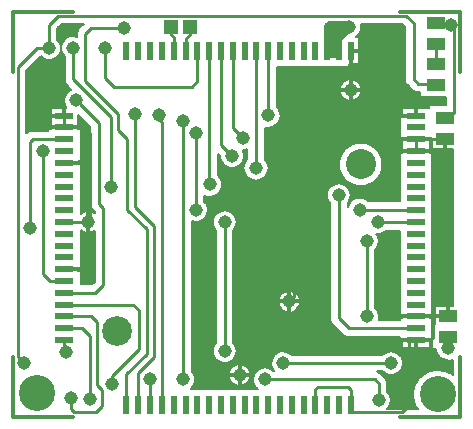
<source format=gbr>
%FSLAX23Y23*%
%MOIN*%
G04 EasyPC Gerber Version 13.0.2 Build 2807 *
%ADD81R,0.02362X0.06299*%
%ADD80R,0.06299X0.02362*%
%ADD79R,0.06000X0.04000*%
%ADD77R,0.05000X0.04500*%
%ADD75C,0.00500*%
%ADD83C,0.01100*%
%ADD74C,0.01200*%
%ADD82C,0.04500*%
%ADD78C,0.09900*%
%ADD20C,0.10000*%
%ADD76C,0.12000*%
X0Y0D02*
D02*
D20*
X18414Y18182D03*
D02*
D74*
X17255Y17540D02*
Y17340D01*
X17455*
X17401Y18305D02*
X17377D01*
X17401Y18344D02*
X17377D01*
X17426Y18350D02*
Y18374D01*
X17452Y17833D02*
X17476D01*
X17452Y18187D02*
X17476D01*
X17452Y18305D02*
X17476D01*
X17455Y18690D02*
X17255D01*
Y18490*
X17505Y17973D02*
Y17949D01*
Y18006D02*
Y18030D01*
X17994Y17480D02*
X17970D01*
X18010Y17463D02*
Y17439D01*
Y17496D02*
Y17520D01*
X18027Y17480D02*
X18051D01*
X18159Y17725D02*
X18135D01*
X18175Y17708D02*
Y17684D01*
Y17741D02*
Y17765D01*
X18192Y17725D02*
X18215D01*
X18364Y18430D02*
X18340D01*
X18380Y18413D02*
Y18389D01*
Y18446D02*
Y18470D01*
X18381Y18535D02*
Y18511D01*
X18387Y18561D02*
X18411D01*
X18397Y18430D02*
X18421D01*
X18545Y17340D02*
X18745D01*
Y17540*
X18572Y17596D02*
X18548D01*
X18572Y17675D02*
X18548D01*
X18572Y18226D02*
X18548D01*
X18572Y18266D02*
X18548D01*
X18572Y18344D02*
X18548D01*
X18598Y17591D02*
Y17567D01*
Y18350D02*
Y18374D01*
X18623Y17596D02*
X18647D01*
X18623Y17675D02*
X18647D01*
X18623Y18226D02*
X18647D01*
X18623Y18266D02*
X18647D01*
X18682Y17677D02*
X18658D01*
X18696Y18254D02*
Y18230D01*
X18706Y17691D02*
Y17715D01*
X18746Y18489D02*
Y18689D01*
X18546*
D02*
D75*
X17298Y18285D02*
X17299Y18286D01*
X17305Y18290*
X17312Y18293*
X17320Y18294*
X17372*
Y18300*
X17380*
Y18371*
X17433*
X17428Y18380*
X17425Y18390*
X17425Y18400*
X17428Y18410*
X17433Y18419*
X17440Y18426*
X17449Y18431*
X17435Y18445*
X17431Y18451*
X17428Y18457*
X17427Y18465*
Y18541*
X17420Y18550*
X17416Y18559*
X17415Y18570*
X17416Y18581*
X17421Y18590*
X17427Y18599*
X17436Y18605*
X17446Y18609*
X17457Y18610*
X17467Y18608*
Y18615*
X17468Y18622*
X17471Y18629*
X17475Y18635*
X17490Y18650*
X17417*
X17403Y18636*
Y18598*
X17410Y18590*
X17414Y18580*
X17415Y18570*
X17414Y18559*
X17410Y18550*
X17403Y18541*
X17395Y18535*
X17385Y18531*
X17375Y18530*
X17364Y18531*
X17355Y18535*
X17347Y18542*
X17298Y18493*
Y18285*
Y18288D02*
X17301D01*
X17298Y18291D02*
X17306D01*
X17298Y18294D02*
X17313D01*
X17298Y18297D02*
X17372D01*
X17298Y18300D02*
X17372D01*
X17298Y18303D02*
X17380D01*
X17298Y18306D02*
X17380D01*
X17298Y18309D02*
X17380D01*
X17298Y18312D02*
X17380D01*
X17298Y18315D02*
X17380D01*
X17298Y18318D02*
X17380D01*
X17298Y18321D02*
X17380D01*
X17298Y18324D02*
X17380D01*
X17298Y18327D02*
X17380D01*
X17298Y18330D02*
X17380D01*
X17298Y18333D02*
X17380D01*
X17298Y18336D02*
X17380D01*
X17298Y18339D02*
X17380D01*
X17298Y18342D02*
X17380D01*
X17298Y18345D02*
X17380D01*
X17298Y18348D02*
X17380D01*
X17298Y18351D02*
X17380D01*
X17298Y18354D02*
X17380D01*
X17298Y18357D02*
X17380D01*
X17298Y18360D02*
X17380D01*
X17298Y18363D02*
X17380D01*
X17298Y18366D02*
X17380D01*
X17298Y18369D02*
X17380D01*
X17298Y18372D02*
X17432D01*
X17298Y18375D02*
X17430D01*
X17298Y18378D02*
X17429D01*
X17298Y18381D02*
X17428D01*
X17298Y18384D02*
X17427D01*
X17298Y18387D02*
X17426D01*
X17298Y18390D02*
X17425D01*
X17298Y18393D02*
X17425D01*
X17298Y18396D02*
X17425D01*
X17298Y18399D02*
X17425D01*
X17298Y18402D02*
X17426D01*
X17298Y18405D02*
X17426D01*
X17298Y18408D02*
X17427D01*
X17298Y18411D02*
X17428D01*
X17298Y18414D02*
X17430D01*
X17298Y18417D02*
X17431D01*
X17298Y18420D02*
X17434D01*
X17298Y18423D02*
X17436D01*
X17298Y18426D02*
X17440D01*
X17298Y18429D02*
X17444D01*
X17298Y18432D02*
X17449D01*
X17298Y18435D02*
X17446D01*
X17298Y18438D02*
X17443D01*
X17298Y18441D02*
X17440D01*
X17298Y18444D02*
X17437D01*
X17298Y18447D02*
X17434D01*
X17298Y18450D02*
X17431D01*
X17298Y18453D02*
X17430D01*
X17298Y18456D02*
X17429D01*
X17298Y18459D02*
X17428D01*
X17298Y18462D02*
X17427D01*
X17298Y18465D02*
X17427D01*
X17298Y18468D02*
X17427D01*
X17298Y18471D02*
X17427D01*
X17298Y18474D02*
X17427D01*
X17298Y18477D02*
X17427D01*
X17298Y18480D02*
X17427D01*
X17298Y18483D02*
X17427D01*
X17298Y18486D02*
X17427D01*
X17298Y18489D02*
X17427D01*
X17298Y18492D02*
X17427D01*
X17299Y18495D02*
X17427D01*
X17302Y18498D02*
X17427D01*
X17305Y18501D02*
X17427D01*
X17308Y18504D02*
X17427D01*
X17311Y18507D02*
X17427D01*
X17314Y18510D02*
X17427D01*
X17317Y18513D02*
X17427D01*
X17320Y18516D02*
X17427D01*
X17323Y18519D02*
X17427D01*
X17326Y18522D02*
X17427D01*
X17329Y18525D02*
X17427D01*
X17332Y18528D02*
X17427D01*
X17335Y18531D02*
X17367D01*
X17383D02*
X17427D01*
X17338Y18534D02*
X17358D01*
X17392D02*
X17427D01*
X17341Y18537D02*
X17353D01*
X17397D02*
X17427D01*
X17344Y18540D02*
X17349D01*
X17401D02*
X17427D01*
X17404Y18543D02*
X17426D01*
X17407Y18546D02*
X17423D01*
X17409Y18549D02*
X17421D01*
X17411Y18552D02*
X17419D01*
X17412Y18555D02*
X17418D01*
X17413Y18558D02*
X17417D01*
X17414Y18561D02*
X17416D01*
X17415Y18564D02*
X17415D01*
X17415Y18567D02*
X17415D01*
X17415Y18573D02*
X17415D01*
X17415Y18576D02*
X17415D01*
X17414Y18579D02*
X17416D01*
X17413Y18582D02*
X17417D01*
X17412Y18585D02*
X17418D01*
X17411Y18588D02*
X17419D01*
X17409Y18591D02*
X17421D01*
X17407Y18594D02*
X17423D01*
X17405Y18597D02*
X17425D01*
X17403Y18600D02*
X17428D01*
X17403Y18603D02*
X17432D01*
X17403Y18606D02*
X17437D01*
X17403Y18609D02*
X17445D01*
X17465D02*
X17467D01*
X17403Y18612D02*
X17467D01*
X17403Y18615D02*
X17467D01*
X17403Y18618D02*
X17467D01*
X17403Y18621D02*
X17468D01*
X17403Y18624D02*
X17468D01*
X17403Y18627D02*
X17470D01*
X17403Y18630D02*
X17471D01*
X17403Y18633D02*
X17473D01*
X17403Y18636D02*
X17476D01*
X17406Y18639D02*
X17479D01*
X17409Y18642D02*
X17482D01*
X17412Y18645D02*
X17485D01*
X17415Y18648D02*
X17488D01*
X17472Y17827D02*
X17480D01*
Y17782*
X17517*
X17527Y17791*
Y17960*
X17518Y17955*
X17508Y17953*
X17498Y17953*
X17489Y17957*
X17480Y17962*
Y17838*
X17472*
Y17827*
X17480Y17782D02*
X17518D01*
X17480Y17785D02*
X17521D01*
X17480Y17788D02*
X17524D01*
X17480Y17791D02*
X17527D01*
X17480Y17794D02*
X17527D01*
X17480Y17797D02*
X17527D01*
X17480Y17800D02*
X17527D01*
X17480Y17803D02*
X17527D01*
X17480Y17806D02*
X17527D01*
X17480Y17809D02*
X17527D01*
X17480Y17812D02*
X17527D01*
X17480Y17815D02*
X17527D01*
X17480Y17818D02*
X17527D01*
X17480Y17821D02*
X17527D01*
X17480Y17824D02*
X17527D01*
X17472Y17827D02*
X17527D01*
X17472Y17830D02*
X17527D01*
X17472Y17833D02*
X17527D01*
X17472Y17836D02*
X17527D01*
X17480Y17839D02*
X17527D01*
X17480Y17842D02*
X17527D01*
X17480Y17845D02*
X17527D01*
X17480Y17848D02*
X17527D01*
X17480Y17851D02*
X17527D01*
X17480Y17854D02*
X17527D01*
X17480Y17857D02*
X17527D01*
X17480Y17860D02*
X17527D01*
X17480Y17863D02*
X17527D01*
X17480Y17866D02*
X17527D01*
X17480Y17869D02*
X17527D01*
X17480Y17872D02*
X17527D01*
X17480Y17875D02*
X17527D01*
X17480Y17878D02*
X17527D01*
X17480Y17881D02*
X17527D01*
X17480Y17884D02*
X17527D01*
X17480Y17887D02*
X17527D01*
X17480Y17890D02*
X17527D01*
X17480Y17893D02*
X17527D01*
X17480Y17896D02*
X17527D01*
X17480Y17899D02*
X17527D01*
X17480Y17902D02*
X17527D01*
X17480Y17905D02*
X17527D01*
X17480Y17908D02*
X17527D01*
X17480Y17911D02*
X17527D01*
X17480Y17914D02*
X17527D01*
X17480Y17917D02*
X17527D01*
X17480Y17920D02*
X17527D01*
X17480Y17923D02*
X17527D01*
X17480Y17926D02*
X17527D01*
X17480Y17929D02*
X17527D01*
X17480Y17932D02*
X17527D01*
X17480Y17935D02*
X17527D01*
X17480Y17938D02*
X17527D01*
X17480Y17941D02*
X17527D01*
X17480Y17944D02*
X17527D01*
X17480Y17947D02*
X17527D01*
X17480Y17950D02*
X17527D01*
X17480Y17953D02*
X17498D01*
X17512D02*
X17527D01*
X17480Y17956D02*
X17489D01*
X17521D02*
X17527D01*
X17480Y17959D02*
X17484D01*
X17526D02*
X17527D01*
X17472Y18182D02*
X17480D01*
Y18017*
X17489Y18023*
X17498Y18026*
X17508Y18027*
X17518Y18024*
X17527Y18019*
Y18023*
X17520Y18030*
X17516Y18036*
X17513Y18042*
X17512Y18050*
Y18308*
X17472Y18348*
Y18300*
X17480*
Y18192*
X17472*
Y18182*
X17480Y18020D02*
X17483D01*
X17527D02*
X17527D01*
X17480Y18023D02*
X17488D01*
X17522D02*
X17527D01*
X17480Y18026D02*
X17497D01*
X17513D02*
X17524D01*
X17480Y18029D02*
X17521D01*
X17480Y18032D02*
X17518D01*
X17480Y18035D02*
X17516D01*
X17480Y18038D02*
X17515D01*
X17480Y18041D02*
X17513D01*
X17480Y18044D02*
X17513D01*
X17480Y18047D02*
X17512D01*
X17480Y18050D02*
X17512D01*
X17480Y18053D02*
X17512D01*
X17480Y18056D02*
X17512D01*
X17480Y18059D02*
X17512D01*
X17480Y18062D02*
X17512D01*
X17480Y18065D02*
X17512D01*
X17480Y18068D02*
X17512D01*
X17480Y18071D02*
X17512D01*
X17480Y18074D02*
X17512D01*
X17480Y18077D02*
X17512D01*
X17480Y18080D02*
X17512D01*
X17480Y18083D02*
X17512D01*
X17480Y18086D02*
X17512D01*
X17480Y18089D02*
X17512D01*
X17480Y18092D02*
X17512D01*
X17480Y18095D02*
X17512D01*
X17480Y18098D02*
X17512D01*
X17480Y18101D02*
X17512D01*
X17480Y18104D02*
X17512D01*
X17480Y18107D02*
X17512D01*
X17480Y18110D02*
X17512D01*
X17480Y18113D02*
X17512D01*
X17480Y18116D02*
X17512D01*
X17480Y18119D02*
X17512D01*
X17480Y18122D02*
X17512D01*
X17480Y18125D02*
X17512D01*
X17480Y18128D02*
X17512D01*
X17480Y18131D02*
X17512D01*
X17480Y18134D02*
X17512D01*
X17480Y18137D02*
X17512D01*
X17480Y18140D02*
X17512D01*
X17480Y18143D02*
X17512D01*
X17480Y18146D02*
X17512D01*
X17480Y18149D02*
X17512D01*
X17480Y18152D02*
X17512D01*
X17480Y18155D02*
X17512D01*
X17480Y18158D02*
X17512D01*
X17480Y18161D02*
X17512D01*
X17480Y18164D02*
X17512D01*
X17480Y18167D02*
X17512D01*
X17480Y18170D02*
X17512D01*
X17480Y18173D02*
X17512D01*
X17480Y18176D02*
X17512D01*
X17480Y18179D02*
X17512D01*
X17472Y18182D02*
X17512D01*
X17472Y18185D02*
X17512D01*
X17472Y18188D02*
X17512D01*
X17472Y18191D02*
X17512D01*
X17480Y18194D02*
X17512D01*
X17480Y18197D02*
X17512D01*
X17480Y18200D02*
X17512D01*
X17480Y18203D02*
X17512D01*
X17480Y18206D02*
X17512D01*
X17480Y18209D02*
X17512D01*
X17480Y18212D02*
X17512D01*
X17480Y18215D02*
X17512D01*
X17480Y18218D02*
X17512D01*
X17480Y18221D02*
X17512D01*
X17480Y18224D02*
X17512D01*
X17480Y18227D02*
X17512D01*
X17480Y18230D02*
X17512D01*
X17480Y18233D02*
X17512D01*
X17480Y18236D02*
X17512D01*
X17480Y18239D02*
X17512D01*
X17480Y18242D02*
X17512D01*
X17480Y18245D02*
X17512D01*
X17480Y18248D02*
X17512D01*
X17480Y18251D02*
X17512D01*
X17480Y18254D02*
X17512D01*
X17480Y18257D02*
X17512D01*
X17480Y18260D02*
X17512D01*
X17480Y18263D02*
X17512D01*
X17480Y18266D02*
X17512D01*
X17480Y18269D02*
X17512D01*
X17480Y18272D02*
X17512D01*
X17480Y18275D02*
X17512D01*
X17480Y18278D02*
X17512D01*
X17480Y18281D02*
X17512D01*
X17480Y18284D02*
X17512D01*
X17480Y18287D02*
X17512D01*
X17480Y18290D02*
X17512D01*
X17480Y18293D02*
X17512D01*
X17480Y18296D02*
X17512D01*
X17480Y18299D02*
X17512D01*
X17472Y18302D02*
X17512D01*
X17472Y18305D02*
X17512D01*
X17472Y18308D02*
X17512D01*
X17472Y18311D02*
X17509D01*
X17472Y18314D02*
X17506D01*
X17472Y18317D02*
X17503D01*
X17472Y18320D02*
X17500D01*
X17472Y18323D02*
X17497D01*
X17472Y18326D02*
X17494D01*
X17472Y18329D02*
X17491D01*
X17472Y18332D02*
X17488D01*
X17472Y18335D02*
X17485D01*
X17472Y18338D02*
X17482D01*
X17472Y18341D02*
X17479D01*
X17472Y18344D02*
X17476D01*
X17472Y18347D02*
X17473D01*
X17848Y17434D02*
X17992D01*
Y17434*
X18070*
X18063Y17440*
X18059Y17448*
X18056Y17456*
X18055Y17465*
X18056Y17475*
X18060Y17485*
X18067Y17493*
X18075Y17499*
X18085Y17503*
X18095Y17505*
X18106Y17503*
X18115Y17499*
X18124Y17493*
X18125*
X18120Y17501*
X18116Y17511*
X18115Y17521*
X18117Y17531*
X18121Y17541*
X18128Y17549*
X18136Y17555*
X18145Y17559*
X18156Y17560*
X18166Y17558*
X18175Y17554*
X18184Y17548*
X18486*
X18495Y17554*
X18504Y17558*
X18515Y17560*
X18525Y17558*
X18535Y17554*
X18543Y17548*
X18550Y17540*
X18554Y17530*
X18555Y17520*
X18554Y17509*
X18550Y17500*
X18543Y17491*
X18535Y17485*
X18525Y17481*
X18515Y17480*
X18504Y17481*
X18495Y17485*
X18486Y17492*
X18467*
X18474Y17489*
X18480Y17485*
X18495Y17470*
X18499Y17464*
X18502Y17457*
X18503Y17450*
Y17423*
X18510Y17415*
X18514Y17405*
X18515Y17394*
X18513Y17383*
X18509Y17373*
X18501Y17365*
X18604*
X18596Y17378*
X18590Y17393*
X18588Y17408*
X18588Y17424*
X18591Y17440*
X18598Y17454*
X18606Y17467*
X18618Y17478*
X18631Y17487*
X18645Y17493*
X18661Y17497*
X18676Y17497*
X18692Y17494*
X18707Y17489*
X18720Y17480*
Y17531*
X18709Y17528*
X18699Y17529*
X18688Y17532*
X18679Y17537*
X18671Y17545*
X18666Y17555*
X18664Y17565*
X18653*
Y17650*
X18661*
Y17711*
X18720*
Y18233*
X18651*
Y18271*
X18644*
Y18221*
X18652*
Y17916*
X18652*
Y17867*
X18652*
Y17680*
X18644*
Y17670*
X18652*
Y17601*
X18644*
Y17570*
X18552*
Y17601*
X18544*
Y17605*
X18375*
X18367Y17606*
X18360Y17609*
X18354Y17614*
X18319Y17649*
X18314Y17655*
X18311Y17662*
X18310Y17670*
Y18053*
X18305Y18061*
X18301Y18070*
X18300Y18080*
X18301Y18090*
X18305Y18100*
X18312Y18108*
X18320Y18114*
X18330Y18118*
X18340Y18120*
X18350Y18118*
X18360Y18114*
X18368Y18108*
X18375Y18100*
X18379Y18090*
X18380Y18080*
X18379Y18070*
X18375Y18061*
X18370Y18053*
Y18039*
X18374Y18050*
X18380Y18059*
X18389Y18065*
X18399Y18070*
X18410Y18071*
X18421Y18070*
X18431Y18066*
X18440Y18059*
X18544*
Y18221*
X18552*
Y18271*
X18544*
Y18339*
X18552*
Y18371*
X18643*
Y18379*
X18697*
Y18405*
X18613*
Y18422*
X18605*
X18598Y18423*
X18591Y18425*
X18585Y18430*
X18570Y18445*
X18566Y18451*
X18563Y18457*
X18562Y18465*
Y18641*
X18553Y18650*
X18414*
X18415Y18640*
X18414Y18630*
X18411Y18621*
X18405Y18613*
X18398Y18607*
X18407*
Y18515*
X18376*
Y18507*
X18258*
Y18507*
X18150*
Y18507*
X18135*
Y18374*
X18141Y18365*
X18145Y18355*
X18147Y18345*
X18145Y18334*
X18141Y18324*
X18135Y18316*
X18126Y18309*
X18117Y18305*
X18106Y18303*
X18096Y18304*
Y18198*
X18102Y18190*
X18105Y18180*
X18107Y18170*
X18105Y18159*
X18101Y18149*
X18094Y18140*
X18086Y18134*
X18076Y18130*
X18065Y18128*
X18054Y18130*
X18044Y18134*
X18036Y18140*
X18029Y18149*
X18025Y18159*
X18023Y18170*
X18025Y18181*
X18029Y18191*
X18036Y18200*
Y18233*
X18028Y18231*
X18020Y18230*
X18024Y18220*
X18025Y18210*
X18024Y18199*
X18020Y18190*
X18013Y18181*
X18005Y18175*
X17995Y18171*
X17985Y18170*
X17975Y18171*
X17965Y18175*
X17957Y18181*
X17950Y18190*
X17946Y18199*
X17945Y18210*
X17945Y18210*
X17938Y18217*
Y18145*
X17945Y18137*
X17950Y18128*
X17952Y18117*
X17951Y18107*
X17947Y18097*
X17942Y18088*
X17934Y18081*
X17924Y18076*
X17914Y18073*
X17903Y18074*
X17893Y18077*
Y18058*
X17900Y18050*
X17904Y18040*
X17905Y18029*
X17903Y18018*
X17899Y18008*
X17891Y18000*
X17882Y17994*
X17872Y17990*
X17861Y17990*
X17851Y17992*
Y17493*
X17857Y17484*
X17861Y17474*
X17862Y17463*
X17860Y17452*
X17855Y17442*
X17848Y17434*
X17932Y17588D02*
Y17961D01*
X17925Y17970*
X17921Y17979*
X17920Y17990*
X17921Y18000*
X17925Y18010*
X17932Y18018*
X17940Y18024*
X17950Y18028*
X17960Y18030*
X17970Y18028*
X17980Y18024*
X17988Y18018*
X17995Y18010*
X17999Y18000*
X18000Y17990*
X17999Y17979*
X17995Y17970*
X17988Y17961*
Y17588*
X17995Y17580*
X17999Y17570*
X18000Y17560*
X17999Y17549*
X17995Y17540*
X17988Y17531*
X17980Y17525*
X17970Y17521*
X17960Y17520*
X17950Y17521*
X17940Y17525*
X17932Y17531*
X17925Y17540*
X17921Y17549*
X17920Y17560*
X17921Y17570*
X17925Y17580*
X17932Y17588*
X17973Y17480D02*
X17975Y17490D01*
X17979Y17500*
X17986Y17508*
X17995Y17513*
X18005Y17516*
X18015*
X18025Y17513*
X18034Y17508*
X18041Y17500*
X18046Y17490*
X18047Y17480*
X18046Y17469*
X18041Y17460*
X18034Y17452*
X18025Y17446*
X18015Y17443*
X18005*
X17995Y17446*
X17986Y17452*
X17979Y17460*
X17975Y17469*
X17973Y17480*
X18138Y17725D02*
X18140Y17735D01*
X18144Y17745*
X18151Y17753*
X18160Y17758*
X18170Y17761*
X18180*
X18190Y17758*
X18199Y17753*
X18206Y17745*
X18211Y17735*
X18212Y17725*
X18211Y17714*
X18206Y17705*
X18199Y17697*
X18190Y17691*
X18180Y17688*
X18170*
X18160Y17691*
X18151Y17697*
X18144Y17705*
X18140Y17714*
X18138Y17725*
X18341Y18182D02*
X18343Y18196D01*
X18347Y18209*
X18354Y18222*
X18363Y18233*
X18374Y18242*
X18386Y18249*
X18400Y18253*
X18414Y18254*
X18428Y18253*
X18442Y18249*
X18454Y18242*
X18465Y18233*
X18474Y18222*
X18481Y18209*
X18485Y18196*
X18486Y18182*
X18485Y18167*
X18481Y18154*
X18474Y18141*
X18465Y18130*
X18454Y18121*
X18442Y18115*
X18428Y18110*
X18414Y18109*
X18400Y18110*
X18386Y18115*
X18374Y18121*
X18363Y18130*
X18354Y18141*
X18347Y18154*
X18343Y18167*
X18341Y18182*
X18343Y18430D02*
X18345Y18440D01*
X18349Y18450*
X18356Y18458*
X18365Y18463*
X18375Y18466*
X18385*
X18395Y18463*
X18404Y18458*
X18411Y18450*
X18416Y18440*
X18417Y18430*
X18416Y18419*
X18411Y18410*
X18404Y18402*
X18395Y18396*
X18385Y18393*
X18375*
X18365Y18396*
X18356Y18402*
X18349Y18410*
X18345Y18419*
X18343Y18430*
X18502Y17365D02*
X18604D01*
X18505Y17368D02*
X18602D01*
X18507Y17371D02*
X18600D01*
X18509Y17374D02*
X18598D01*
X18511Y17377D02*
X18597D01*
X18512Y17380D02*
X18595D01*
X18513Y17383D02*
X18594D01*
X18514Y17386D02*
X18593D01*
X18515Y17389D02*
X18592D01*
X18515Y17392D02*
X18591D01*
X18515Y17395D02*
X18590D01*
X18515Y17398D02*
X18589D01*
X18515Y17401D02*
X18589D01*
X18514Y17404D02*
X18588D01*
X18513Y17407D02*
X18588D01*
X18512Y17410D02*
X18588D01*
X18511Y17413D02*
X18588D01*
X18509Y17416D02*
X18588D01*
X18507Y17419D02*
X18588D01*
X18504Y17422D02*
X18588D01*
X18503Y17425D02*
X18588D01*
X18503Y17428D02*
X18589D01*
X18503Y17431D02*
X18589D01*
X17848Y17434D02*
X18070D01*
X18503D02*
X18590D01*
X17851Y17437D02*
X18066D01*
X18503D02*
X18591D01*
X17854Y17440D02*
X18064D01*
X18503D02*
X18591D01*
X17856Y17443D02*
X18008D01*
X18012D02*
X18062D01*
X18503D02*
X18592D01*
X17858Y17446D02*
X17995D01*
X18025D02*
X18060D01*
X18503D02*
X18594D01*
X17859Y17449D02*
X17990D01*
X18030D02*
X18058D01*
X18503D02*
X18595D01*
X17860Y17452D02*
X17986D01*
X18034D02*
X18057D01*
X18503D02*
X18596D01*
X17861Y17455D02*
X17983D01*
X18037D02*
X18056D01*
X18503D02*
X18598D01*
X17862Y17458D02*
X17980D01*
X18040D02*
X18056D01*
X18502D02*
X18600D01*
X17862Y17461D02*
X17978D01*
X18042D02*
X18055D01*
X18501D02*
X18602D01*
X17863Y17464D02*
X17977D01*
X18043D02*
X18055D01*
X18499D02*
X18604D01*
X17862Y17467D02*
X17975D01*
X18045D02*
X18055D01*
X18497D02*
X18606D01*
X17862Y17470D02*
X17974D01*
X18046D02*
X18055D01*
X18495D02*
X18609D01*
X17862Y17473D02*
X17974D01*
X18046D02*
X18056D01*
X18492D02*
X18611D01*
X17861Y17476D02*
X17973D01*
X18047D02*
X18057D01*
X18489D02*
X18615D01*
X17860Y17479D02*
X17973D01*
X18047D02*
X18058D01*
X18486D02*
X18618D01*
X17859Y17482D02*
X17973D01*
X18047D02*
X18059D01*
X18483D02*
X18502D01*
X18528D02*
X18622D01*
X18718D02*
X18720D01*
X17857Y17485D02*
X17973D01*
X18047D02*
X18060D01*
X18480D02*
X18496D01*
X18534D02*
X18626D01*
X18714D02*
X18720D01*
X17855Y17488D02*
X17974D01*
X18046D02*
X18062D01*
X18476D02*
X18491D01*
X18539D02*
X18632D01*
X18708D02*
X18720D01*
X17853Y17491D02*
X17975D01*
X18045D02*
X18065D01*
X18470D02*
X18487D01*
X18543D02*
X18638D01*
X18702D02*
X18720D01*
X17851Y17494D02*
X17976D01*
X18044D02*
X18068D01*
X18122D02*
X18125D01*
X18545D02*
X18646D01*
X18694D02*
X18720D01*
X17851Y17497D02*
X17977D01*
X18043D02*
X18071D01*
X18119D02*
X18122D01*
X18548D02*
X18661D01*
X18679D02*
X18720D01*
X17851Y17500D02*
X17979D01*
X18041D02*
X18076D01*
X18114D02*
X18120D01*
X18550D02*
X18720D01*
X17851Y17503D02*
X17981D01*
X18039D02*
X18083D01*
X18107D02*
X18119D01*
X18551D02*
X18720D01*
X17851Y17506D02*
X17984D01*
X18036D02*
X18118D01*
X18552D02*
X18720D01*
X17851Y17509D02*
X17987D01*
X18033D02*
X18117D01*
X18553D02*
X18720D01*
X17851Y17512D02*
X17992D01*
X18028D02*
X18116D01*
X18554D02*
X18720D01*
X17851Y17515D02*
X17998D01*
X18022D02*
X18115D01*
X18555D02*
X18720D01*
X17851Y17518D02*
X18115D01*
X18555D02*
X18720D01*
X17851Y17521D02*
X17951D01*
X17969D02*
X18115D01*
X18555D02*
X18720D01*
X17851Y17524D02*
X17942D01*
X17978D02*
X18115D01*
X18555D02*
X18720D01*
X17851Y17527D02*
X17937D01*
X17983D02*
X18116D01*
X18554D02*
X18720D01*
X17851Y17530D02*
X17933D01*
X17987D02*
X18116D01*
X18554D02*
X18693D01*
X18717D02*
X18720D01*
X17851Y17533D02*
X17930D01*
X17990D02*
X18117D01*
X18553D02*
X18686D01*
X17851Y17536D02*
X17928D01*
X17992D02*
X18118D01*
X18552D02*
X18681D01*
X17851Y17539D02*
X17926D01*
X17994D02*
X18120D01*
X18550D02*
X18677D01*
X17851Y17542D02*
X17924D01*
X17996D02*
X18122D01*
X18548D02*
X18674D01*
X17851Y17545D02*
X17923D01*
X17997D02*
X18124D01*
X18546D02*
X18672D01*
X17851Y17548D02*
X17922D01*
X17998D02*
X18126D01*
X18184D02*
X18486D01*
X18544D02*
X18670D01*
X17851Y17551D02*
X17921D01*
X17999D02*
X18130D01*
X18180D02*
X18490D01*
X18540D02*
X18668D01*
X17851Y17554D02*
X17920D01*
X18000D02*
X18134D01*
X18176D02*
X18494D01*
X18536D02*
X18667D01*
X17851Y17557D02*
X17920D01*
X18000D02*
X18140D01*
X18170D02*
X18500D01*
X18530D02*
X18665D01*
X17851Y17560D02*
X17920D01*
X18000D02*
X18665D01*
X17851Y17563D02*
X17920D01*
X18000D02*
X18664D01*
X17851Y17566D02*
X17920D01*
X18000D02*
X18653D01*
X17851Y17569D02*
X17921D01*
X17999D02*
X18653D01*
X17851Y17572D02*
X17922D01*
X17998D02*
X18552D01*
X18644D02*
X18653D01*
X17851Y17575D02*
X17923D01*
X17997D02*
X18552D01*
X18644D02*
X18653D01*
X17851Y17578D02*
X17924D01*
X17996D02*
X18552D01*
X18644D02*
X18653D01*
X17851Y17581D02*
X17926D01*
X17994D02*
X18552D01*
X18644D02*
X18653D01*
X17851Y17584D02*
X17928D01*
X17992D02*
X18552D01*
X18644D02*
X18653D01*
X17851Y17587D02*
X17931D01*
X17989D02*
X18552D01*
X18644D02*
X18653D01*
X17851Y17590D02*
X17932D01*
X17988D02*
X18552D01*
X18644D02*
X18653D01*
X17851Y17593D02*
X17932D01*
X17988D02*
X18552D01*
X18644D02*
X18653D01*
X17851Y17596D02*
X17932D01*
X17988D02*
X18552D01*
X18644D02*
X18653D01*
X17851Y17599D02*
X17932D01*
X17988D02*
X18552D01*
X18644D02*
X18653D01*
X17851Y17602D02*
X17932D01*
X17988D02*
X18544D01*
X18652D02*
X18653D01*
X17851Y17605D02*
X17932D01*
X17988D02*
X18544D01*
X18652D02*
X18653D01*
X17851Y17608D02*
X17932D01*
X17988D02*
X18363D01*
X18652D02*
X18653D01*
X17851Y17611D02*
X17932D01*
X17988D02*
X18358D01*
X18652D02*
X18653D01*
X17851Y17614D02*
X17932D01*
X17988D02*
X18354D01*
X18652D02*
X18653D01*
X17851Y17617D02*
X17932D01*
X17988D02*
X18351D01*
X18652D02*
X18653D01*
X17851Y17620D02*
X17932D01*
X17988D02*
X18348D01*
X18652D02*
X18653D01*
X17851Y17623D02*
X17932D01*
X17988D02*
X18345D01*
X18652D02*
X18653D01*
X17851Y17626D02*
X17932D01*
X17988D02*
X18342D01*
X18652D02*
X18653D01*
X17851Y17629D02*
X17932D01*
X17988D02*
X18339D01*
X18652D02*
X18653D01*
X17851Y17632D02*
X17932D01*
X17988D02*
X18336D01*
X18652D02*
X18653D01*
X17851Y17635D02*
X17932D01*
X17988D02*
X18333D01*
X18652D02*
X18653D01*
X17851Y17638D02*
X17932D01*
X17988D02*
X18330D01*
X18652D02*
X18653D01*
X17851Y17641D02*
X17932D01*
X17988D02*
X18327D01*
X18652D02*
X18653D01*
X17851Y17644D02*
X17932D01*
X17988D02*
X18324D01*
X18652D02*
X18653D01*
X17851Y17647D02*
X17932D01*
X17988D02*
X18321D01*
X18652D02*
X18653D01*
X17851Y17650D02*
X17932D01*
X17988D02*
X18318D01*
X18652D02*
X18653D01*
X17851Y17653D02*
X17932D01*
X17988D02*
X18316D01*
X18652D02*
X18661D01*
X17851Y17656D02*
X17932D01*
X17988D02*
X18314D01*
X18652D02*
X18661D01*
X17851Y17659D02*
X17932D01*
X17988D02*
X18313D01*
X18652D02*
X18661D01*
X17851Y17662D02*
X17932D01*
X17988D02*
X18312D01*
X18652D02*
X18661D01*
X17851Y17665D02*
X17932D01*
X17988D02*
X18311D01*
X18652D02*
X18661D01*
X17851Y17668D02*
X17932D01*
X17988D02*
X18310D01*
X18652D02*
X18661D01*
X17851Y17671D02*
X17932D01*
X17988D02*
X18310D01*
X18644D02*
X18661D01*
X17851Y17674D02*
X17932D01*
X17988D02*
X18310D01*
X18644D02*
X18661D01*
X17851Y17677D02*
X17932D01*
X17988D02*
X18310D01*
X18644D02*
X18661D01*
X17851Y17680D02*
X17932D01*
X17988D02*
X18310D01*
X18644D02*
X18661D01*
X17851Y17683D02*
X17932D01*
X17988D02*
X18310D01*
X18652D02*
X18661D01*
X17851Y17686D02*
X17932D01*
X17988D02*
X18310D01*
X18652D02*
X18661D01*
X17851Y17689D02*
X17932D01*
X17988D02*
X18166D01*
X18184D02*
X18310D01*
X18652D02*
X18661D01*
X17851Y17692D02*
X17932D01*
X17988D02*
X18158D01*
X18192D02*
X18310D01*
X18652D02*
X18661D01*
X17851Y17695D02*
X17932D01*
X17988D02*
X18153D01*
X18197D02*
X18310D01*
X18652D02*
X18661D01*
X17851Y17698D02*
X17932D01*
X17988D02*
X18150D01*
X18200D02*
X18310D01*
X18652D02*
X18661D01*
X17851Y17701D02*
X17932D01*
X17988D02*
X18147D01*
X18203D02*
X18310D01*
X18652D02*
X18661D01*
X17851Y17704D02*
X17932D01*
X17988D02*
X18145D01*
X18206D02*
X18310D01*
X18652D02*
X18661D01*
X17851Y17707D02*
X17932D01*
X17988D02*
X18143D01*
X18207D02*
X18310D01*
X18652D02*
X18661D01*
X17851Y17710D02*
X17932D01*
X17988D02*
X18141D01*
X18209D02*
X18310D01*
X18652D02*
X18661D01*
X17851Y17713D02*
X17932D01*
X17988D02*
X18140D01*
X18210D02*
X18310D01*
X18652D02*
X18720D01*
X17851Y17716D02*
X17932D01*
X17988D02*
X18139D01*
X18211D02*
X18310D01*
X18652D02*
X18720D01*
X17851Y17719D02*
X17932D01*
X17988D02*
X18138D01*
X18212D02*
X18310D01*
X18652D02*
X18720D01*
X17851Y17722D02*
X17932D01*
X17988D02*
X18138D01*
X18212D02*
X18310D01*
X18652D02*
X18720D01*
X17851Y17725D02*
X17932D01*
X17988D02*
X18138D01*
X18212D02*
X18310D01*
X18652D02*
X18720D01*
X17851Y17728D02*
X17932D01*
X17988D02*
X18138D01*
X18212D02*
X18310D01*
X18652D02*
X18720D01*
X17851Y17731D02*
X17932D01*
X17988D02*
X18139D01*
X18212D02*
X18310D01*
X18652D02*
X18720D01*
X17851Y17734D02*
X17932D01*
X17988D02*
X18139D01*
X18211D02*
X18310D01*
X18652D02*
X18720D01*
X17851Y17737D02*
X17932D01*
X17988D02*
X18140D01*
X18210D02*
X18310D01*
X18652D02*
X18720D01*
X17851Y17740D02*
X17932D01*
X17988D02*
X18141D01*
X18209D02*
X18310D01*
X18652D02*
X18720D01*
X17851Y17743D02*
X17932D01*
X17988D02*
X18143D01*
X18207D02*
X18310D01*
X18652D02*
X18720D01*
X17851Y17746D02*
X17932D01*
X17988D02*
X18145D01*
X18205D02*
X18310D01*
X18652D02*
X18720D01*
X17851Y17749D02*
X17932D01*
X17988D02*
X18147D01*
X18203D02*
X18310D01*
X18652D02*
X18720D01*
X17851Y17752D02*
X17932D01*
X17988D02*
X18150D01*
X18200D02*
X18310D01*
X18652D02*
X18720D01*
X17851Y17755D02*
X17932D01*
X17988D02*
X18153D01*
X18197D02*
X18310D01*
X18652D02*
X18720D01*
X17851Y17758D02*
X17932D01*
X17988D02*
X18158D01*
X18192D02*
X18310D01*
X18652D02*
X18720D01*
X17851Y17761D02*
X17932D01*
X17988D02*
X18167D01*
X18183D02*
X18310D01*
X18652D02*
X18720D01*
X17851Y17764D02*
X17932D01*
X17988D02*
X18310D01*
X18652D02*
X18720D01*
X17851Y17767D02*
X17932D01*
X17988D02*
X18310D01*
X18652D02*
X18720D01*
X17851Y17770D02*
X17932D01*
X17988D02*
X18310D01*
X18652D02*
X18720D01*
X17851Y17773D02*
X17932D01*
X17988D02*
X18310D01*
X18652D02*
X18720D01*
X17851Y17776D02*
X17932D01*
X17988D02*
X18310D01*
X18652D02*
X18720D01*
X17851Y17779D02*
X17932D01*
X17988D02*
X18310D01*
X18652D02*
X18720D01*
X17851Y17782D02*
X17932D01*
X17988D02*
X18310D01*
X18652D02*
X18720D01*
X17851Y17785D02*
X17932D01*
X17988D02*
X18310D01*
X18652D02*
X18720D01*
X17851Y17788D02*
X17932D01*
X17988D02*
X18310D01*
X18652D02*
X18720D01*
X17851Y17791D02*
X17932D01*
X17988D02*
X18310D01*
X18652D02*
X18720D01*
X17851Y17794D02*
X17932D01*
X17988D02*
X18310D01*
X18652D02*
X18720D01*
X17851Y17797D02*
X17932D01*
X17988D02*
X18310D01*
X18652D02*
X18720D01*
X17851Y17800D02*
X17932D01*
X17988D02*
X18310D01*
X18652D02*
X18720D01*
X17851Y17803D02*
X17932D01*
X17988D02*
X18310D01*
X18652D02*
X18720D01*
X17851Y17806D02*
X17932D01*
X17988D02*
X18310D01*
X18652D02*
X18720D01*
X17851Y17809D02*
X17932D01*
X17988D02*
X18310D01*
X18652D02*
X18720D01*
X17851Y17812D02*
X17932D01*
X17988D02*
X18310D01*
X18652D02*
X18720D01*
X17851Y17815D02*
X17932D01*
X17988D02*
X18310D01*
X18652D02*
X18720D01*
X17851Y17818D02*
X17932D01*
X17988D02*
X18310D01*
X18652D02*
X18720D01*
X17851Y17821D02*
X17932D01*
X17988D02*
X18310D01*
X18652D02*
X18720D01*
X17851Y17824D02*
X17932D01*
X17988D02*
X18310D01*
X18652D02*
X18720D01*
X17851Y17827D02*
X17932D01*
X17988D02*
X18310D01*
X18652D02*
X18720D01*
X17851Y17830D02*
X17932D01*
X17988D02*
X18310D01*
X18652D02*
X18720D01*
X17851Y17833D02*
X17932D01*
X17988D02*
X18310D01*
X18652D02*
X18720D01*
X17851Y17836D02*
X17932D01*
X17988D02*
X18310D01*
X18652D02*
X18720D01*
X17851Y17839D02*
X17932D01*
X17988D02*
X18310D01*
X18652D02*
X18720D01*
X17851Y17842D02*
X17932D01*
X17988D02*
X18310D01*
X18652D02*
X18720D01*
X17851Y17845D02*
X17932D01*
X17988D02*
X18310D01*
X18652D02*
X18720D01*
X17851Y17848D02*
X17932D01*
X17988D02*
X18310D01*
X18652D02*
X18720D01*
X17851Y17851D02*
X17932D01*
X17988D02*
X18310D01*
X18652D02*
X18720D01*
X17851Y17854D02*
X17932D01*
X17988D02*
X18310D01*
X18652D02*
X18720D01*
X17851Y17857D02*
X17932D01*
X17988D02*
X18310D01*
X18652D02*
X18720D01*
X17851Y17860D02*
X17932D01*
X17988D02*
X18310D01*
X18652D02*
X18720D01*
X17851Y17863D02*
X17932D01*
X17988D02*
X18310D01*
X18652D02*
X18720D01*
X17851Y17866D02*
X17932D01*
X17988D02*
X18310D01*
X18652D02*
X18720D01*
X17851Y17869D02*
X17932D01*
X17988D02*
X18310D01*
X18652D02*
X18720D01*
X17851Y17872D02*
X17932D01*
X17988D02*
X18310D01*
X18652D02*
X18720D01*
X17851Y17875D02*
X17932D01*
X17988D02*
X18310D01*
X18652D02*
X18720D01*
X17851Y17878D02*
X17932D01*
X17988D02*
X18310D01*
X18652D02*
X18720D01*
X17851Y17881D02*
X17932D01*
X17988D02*
X18310D01*
X18652D02*
X18720D01*
X17851Y17884D02*
X17932D01*
X17988D02*
X18310D01*
X18652D02*
X18720D01*
X17851Y17887D02*
X17932D01*
X17988D02*
X18310D01*
X18652D02*
X18720D01*
X17851Y17890D02*
X17932D01*
X17988D02*
X18310D01*
X18652D02*
X18720D01*
X17851Y17893D02*
X17932D01*
X17988D02*
X18310D01*
X18652D02*
X18720D01*
X17851Y17896D02*
X17932D01*
X17988D02*
X18310D01*
X18652D02*
X18720D01*
X17851Y17899D02*
X17932D01*
X17988D02*
X18310D01*
X18652D02*
X18720D01*
X17851Y17902D02*
X17932D01*
X17988D02*
X18310D01*
X18652D02*
X18720D01*
X17851Y17905D02*
X17932D01*
X17988D02*
X18310D01*
X18652D02*
X18720D01*
X17851Y17908D02*
X17932D01*
X17988D02*
X18310D01*
X18652D02*
X18720D01*
X17851Y17911D02*
X17932D01*
X17988D02*
X18310D01*
X18652D02*
X18720D01*
X17851Y17914D02*
X17932D01*
X17988D02*
X18310D01*
X18652D02*
X18720D01*
X17851Y17917D02*
X17932D01*
X17988D02*
X18310D01*
X18652D02*
X18720D01*
X17851Y17920D02*
X17932D01*
X17988D02*
X18310D01*
X18652D02*
X18720D01*
X17851Y17923D02*
X17932D01*
X17988D02*
X18310D01*
X18652D02*
X18720D01*
X17851Y17926D02*
X17932D01*
X17988D02*
X18310D01*
X18652D02*
X18720D01*
X17851Y17929D02*
X17932D01*
X17988D02*
X18310D01*
X18652D02*
X18720D01*
X17851Y17932D02*
X17932D01*
X17988D02*
X18310D01*
X18652D02*
X18720D01*
X17851Y17935D02*
X17932D01*
X17988D02*
X18310D01*
X18652D02*
X18720D01*
X17851Y17938D02*
X17932D01*
X17988D02*
X18310D01*
X18652D02*
X18720D01*
X17851Y17941D02*
X17932D01*
X17988D02*
X18310D01*
X18652D02*
X18720D01*
X17851Y17944D02*
X17932D01*
X17988D02*
X18310D01*
X18652D02*
X18720D01*
X17851Y17947D02*
X17932D01*
X17988D02*
X18310D01*
X18652D02*
X18720D01*
X17851Y17950D02*
X17932D01*
X17988D02*
X18310D01*
X18652D02*
X18720D01*
X17851Y17953D02*
X17932D01*
X17988D02*
X18310D01*
X18652D02*
X18720D01*
X17851Y17956D02*
X17932D01*
X17988D02*
X18310D01*
X18652D02*
X18720D01*
X17851Y17959D02*
X17932D01*
X17988D02*
X18310D01*
X18652D02*
X18720D01*
X17851Y17962D02*
X17931D01*
X17989D02*
X18310D01*
X18652D02*
X18720D01*
X17851Y17965D02*
X17929D01*
X17991D02*
X18310D01*
X18652D02*
X18720D01*
X17851Y17968D02*
X17927D01*
X17993D02*
X18310D01*
X18652D02*
X18720D01*
X17851Y17971D02*
X17925D01*
X17995D02*
X18310D01*
X18652D02*
X18720D01*
X17851Y17974D02*
X17923D01*
X17997D02*
X18310D01*
X18652D02*
X18720D01*
X17851Y17977D02*
X17922D01*
X17998D02*
X18310D01*
X18652D02*
X18720D01*
X17851Y17980D02*
X17921D01*
X17999D02*
X18310D01*
X18652D02*
X18720D01*
X17851Y17983D02*
X17921D01*
X17999D02*
X18310D01*
X18652D02*
X18720D01*
X17851Y17986D02*
X17920D01*
X18000D02*
X18310D01*
X18652D02*
X18720D01*
X17851Y17989D02*
X17920D01*
X18000D02*
X18310D01*
X18652D02*
X18720D01*
X17851Y17992D02*
X17852D01*
X17878D02*
X17920D01*
X18000D02*
X18310D01*
X18652D02*
X18720D01*
X17884Y17995D02*
X17920D01*
X18000D02*
X18310D01*
X18652D02*
X18720D01*
X17889Y17998D02*
X17921D01*
X17999D02*
X18310D01*
X18652D02*
X18720D01*
X17893Y18001D02*
X17922D01*
X17998D02*
X18310D01*
X18652D02*
X18720D01*
X17895Y18004D02*
X17923D01*
X17997D02*
X18310D01*
X18652D02*
X18720D01*
X17898Y18007D02*
X17924D01*
X17996D02*
X18310D01*
X18652D02*
X18720D01*
X17900Y18010D02*
X17925D01*
X17995D02*
X18310D01*
X18652D02*
X18720D01*
X17901Y18013D02*
X17927D01*
X17993D02*
X18310D01*
X18652D02*
X18720D01*
X17902Y18016D02*
X17930D01*
X17990D02*
X18310D01*
X18652D02*
X18720D01*
X17903Y18019D02*
X17933D01*
X17987D02*
X18310D01*
X18652D02*
X18720D01*
X17904Y18022D02*
X17936D01*
X17984D02*
X18310D01*
X18652D02*
X18720D01*
X17905Y18025D02*
X17941D01*
X17979D02*
X18310D01*
X18652D02*
X18720D01*
X17905Y18028D02*
X17948D01*
X17972D02*
X18310D01*
X18652D02*
X18720D01*
X17905Y18031D02*
X18310D01*
X18652D02*
X18720D01*
X17905Y18034D02*
X18310D01*
X18652D02*
X18720D01*
X17904Y18037D02*
X18310D01*
X18652D02*
X18720D01*
X17904Y18040D02*
X18310D01*
X18370D02*
X18370D01*
X18652D02*
X18720D01*
X17903Y18043D02*
X18310D01*
X18370D02*
X18371D01*
X18652D02*
X18720D01*
X17902Y18046D02*
X18310D01*
X18370D02*
X18372D01*
X18652D02*
X18720D01*
X17900Y18049D02*
X18310D01*
X18370D02*
X18373D01*
X18652D02*
X18720D01*
X17898Y18052D02*
X18310D01*
X18370D02*
X18375D01*
X18652D02*
X18720D01*
X17896Y18055D02*
X18309D01*
X18371D02*
X18377D01*
X18652D02*
X18720D01*
X17894Y18058D02*
X18307D01*
X18373D02*
X18379D01*
X18652D02*
X18720D01*
X17893Y18061D02*
X18305D01*
X18375D02*
X18382D01*
X18438D02*
X18544D01*
X18652D02*
X18720D01*
X17893Y18064D02*
X18303D01*
X18377D02*
X18386D01*
X18434D02*
X18544D01*
X18652D02*
X18720D01*
X17893Y18067D02*
X18302D01*
X18378D02*
X18391D01*
X18429D02*
X18544D01*
X18652D02*
X18720D01*
X17893Y18070D02*
X18301D01*
X18379D02*
X18399D01*
X18421D02*
X18544D01*
X18652D02*
X18720D01*
X17893Y18073D02*
X18301D01*
X18379D02*
X18544D01*
X18652D02*
X18720D01*
X17893Y18076D02*
X17895D01*
X17925D02*
X18300D01*
X18380D02*
X18544D01*
X18652D02*
X18720D01*
X17931Y18079D02*
X18300D01*
X18380D02*
X18544D01*
X18652D02*
X18720D01*
X17935Y18082D02*
X18300D01*
X18380D02*
X18544D01*
X18652D02*
X18720D01*
X17939Y18085D02*
X18300D01*
X18380D02*
X18544D01*
X18652D02*
X18720D01*
X17942Y18088D02*
X18301D01*
X18379D02*
X18544D01*
X18652D02*
X18720D01*
X17944Y18091D02*
X18302D01*
X18378D02*
X18544D01*
X18652D02*
X18720D01*
X17946Y18094D02*
X18303D01*
X18377D02*
X18544D01*
X18652D02*
X18720D01*
X17948Y18097D02*
X18304D01*
X18376D02*
X18544D01*
X18652D02*
X18720D01*
X17949Y18100D02*
X18305D01*
X18375D02*
X18544D01*
X18652D02*
X18720D01*
X17950Y18103D02*
X18307D01*
X18373D02*
X18544D01*
X18652D02*
X18720D01*
X17951Y18106D02*
X18310D01*
X18370D02*
X18544D01*
X18652D02*
X18720D01*
X17951Y18109D02*
X18313D01*
X18367D02*
X18544D01*
X18652D02*
X18720D01*
X17951Y18112D02*
X18316D01*
X18364D02*
X18394D01*
X18434D02*
X18544D01*
X18652D02*
X18720D01*
X17952Y18115D02*
X18321D01*
X18359D02*
X18386D01*
X18442D02*
X18544D01*
X18652D02*
X18720D01*
X17951Y18118D02*
X18328D01*
X18352D02*
X18379D01*
X18448D02*
X18544D01*
X18652D02*
X18720D01*
X17951Y18121D02*
X18374D01*
X18453D02*
X18544D01*
X18652D02*
X18720D01*
X17951Y18124D02*
X18370D01*
X18458D02*
X18544D01*
X18652D02*
X18720D01*
X17950Y18127D02*
X18366D01*
X18461D02*
X18544D01*
X18652D02*
X18720D01*
X17949Y18130D02*
X18053D01*
X18077D02*
X18363D01*
X18465D02*
X18544D01*
X18652D02*
X18720D01*
X17947Y18133D02*
X18046D01*
X18084D02*
X18360D01*
X18468D02*
X18544D01*
X18652D02*
X18720D01*
X17946Y18136D02*
X18041D01*
X18089D02*
X18358D01*
X18470D02*
X18544D01*
X18652D02*
X18720D01*
X17944Y18139D02*
X18037D01*
X18093D02*
X18355D01*
X18472D02*
X18544D01*
X18652D02*
X18720D01*
X17942Y18142D02*
X18034D01*
X18096D02*
X18353D01*
X18475D02*
X18544D01*
X18652D02*
X18720D01*
X17939Y18145D02*
X18032D01*
X18098D02*
X18351D01*
X18476D02*
X18544D01*
X18652D02*
X18720D01*
X17938Y18148D02*
X18030D01*
X18100D02*
X18350D01*
X18478D02*
X18544D01*
X18652D02*
X18720D01*
X17938Y18151D02*
X18028D01*
X18102D02*
X18348D01*
X18480D02*
X18544D01*
X18652D02*
X18720D01*
X17938Y18154D02*
X18027D01*
X18103D02*
X18347D01*
X18481D02*
X18544D01*
X18652D02*
X18720D01*
X17938Y18157D02*
X18025D01*
X18105D02*
X18346D01*
X18482D02*
X18544D01*
X18652D02*
X18720D01*
X17938Y18160D02*
X18025D01*
X18105D02*
X18345D01*
X18483D02*
X18544D01*
X18652D02*
X18720D01*
X17938Y18163D02*
X18024D01*
X18106D02*
X18344D01*
X18484D02*
X18544D01*
X18652D02*
X18720D01*
X17938Y18166D02*
X18024D01*
X18106D02*
X18343D01*
X18485D02*
X18544D01*
X18652D02*
X18720D01*
X17938Y18169D02*
X18023D01*
X18107D02*
X18343D01*
X18485D02*
X18544D01*
X18652D02*
X18720D01*
X17938Y18172D02*
X17972D01*
X17998D02*
X18023D01*
X18107D02*
X18342D01*
X18486D02*
X18544D01*
X18652D02*
X18720D01*
X17938Y18175D02*
X17966D01*
X18004D02*
X18024D01*
X18106D02*
X18342D01*
X18486D02*
X18544D01*
X18652D02*
X18720D01*
X17938Y18178D02*
X17961D01*
X18009D02*
X18024D01*
X18106D02*
X18342D01*
X18486D02*
X18544D01*
X18652D02*
X18720D01*
X17938Y18181D02*
X17957D01*
X18013D02*
X18025D01*
X18105D02*
X18341D01*
X18486D02*
X18544D01*
X18652D02*
X18720D01*
X17938Y18184D02*
X17955D01*
X18015D02*
X18026D01*
X18104D02*
X18341D01*
X18486D02*
X18544D01*
X18652D02*
X18720D01*
X17938Y18187D02*
X17952D01*
X18018D02*
X18027D01*
X18103D02*
X18342D01*
X18486D02*
X18544D01*
X18652D02*
X18720D01*
X17938Y18190D02*
X17950D01*
X18020D02*
X18029D01*
X18101D02*
X18342D01*
X18486D02*
X18544D01*
X18652D02*
X18720D01*
X17938Y18193D02*
X17949D01*
X18021D02*
X18030D01*
X18100D02*
X18342D01*
X18486D02*
X18544D01*
X18652D02*
X18720D01*
X17938Y18196D02*
X17948D01*
X18022D02*
X18033D01*
X18097D02*
X18343D01*
X18485D02*
X18544D01*
X18652D02*
X18720D01*
X17938Y18199D02*
X17947D01*
X18023D02*
X18035D01*
X18096D02*
X18344D01*
X18484D02*
X18544D01*
X18652D02*
X18720D01*
X17938Y18202D02*
X17946D01*
X18024D02*
X18036D01*
X18096D02*
X18344D01*
X18484D02*
X18544D01*
X18652D02*
X18720D01*
X17938Y18205D02*
X17945D01*
X18025D02*
X18036D01*
X18096D02*
X18345D01*
X18483D02*
X18544D01*
X18652D02*
X18720D01*
X17938Y18208D02*
X17945D01*
X18025D02*
X18036D01*
X18096D02*
X18346D01*
X18482D02*
X18544D01*
X18652D02*
X18720D01*
X17938Y18211D02*
X17944D01*
X18025D02*
X18036D01*
X18096D02*
X18348D01*
X18480D02*
X18544D01*
X18652D02*
X18720D01*
X17938Y18214D02*
X17941D01*
X18025D02*
X18036D01*
X18096D02*
X18349D01*
X18479D02*
X18544D01*
X18652D02*
X18720D01*
X17938Y18217D02*
X17938D01*
X18024D02*
X18036D01*
X18096D02*
X18351D01*
X18477D02*
X18544D01*
X18652D02*
X18720D01*
X18024Y18220D02*
X18036D01*
X18096D02*
X18352D01*
X18476D02*
X18544D01*
X18652D02*
X18720D01*
X18023Y18223D02*
X18036D01*
X18096D02*
X18354D01*
X18474D02*
X18552D01*
X18644D02*
X18720D01*
X18022Y18226D02*
X18036D01*
X18096D02*
X18356D01*
X18471D02*
X18552D01*
X18644D02*
X18720D01*
X18020Y18229D02*
X18036D01*
X18096D02*
X18359D01*
X18469D02*
X18552D01*
X18644D02*
X18720D01*
X18033Y18232D02*
X18036D01*
X18096D02*
X18362D01*
X18466D02*
X18552D01*
X18644D02*
X18720D01*
X18096Y18235D02*
X18365D01*
X18463D02*
X18552D01*
X18644D02*
X18651D01*
X18096Y18238D02*
X18368D01*
X18460D02*
X18552D01*
X18644D02*
X18651D01*
X18096Y18241D02*
X18372D01*
X18456D02*
X18552D01*
X18644D02*
X18651D01*
X18096Y18244D02*
X18377D01*
X18451D02*
X18552D01*
X18644D02*
X18651D01*
X18096Y18247D02*
X18382D01*
X18446D02*
X18552D01*
X18644D02*
X18651D01*
X18096Y18250D02*
X18389D01*
X18438D02*
X18552D01*
X18644D02*
X18651D01*
X18096Y18253D02*
X18401D01*
X18427D02*
X18552D01*
X18644D02*
X18651D01*
X18096Y18256D02*
X18552D01*
X18644D02*
X18651D01*
X18096Y18259D02*
X18552D01*
X18644D02*
X18651D01*
X18096Y18262D02*
X18552D01*
X18644D02*
X18651D01*
X18096Y18265D02*
X18552D01*
X18644D02*
X18651D01*
X18096Y18268D02*
X18552D01*
X18644D02*
X18651D01*
X18096Y18271D02*
X18544D01*
X18096Y18274D02*
X18544D01*
X18096Y18277D02*
X18544D01*
X18096Y18280D02*
X18544D01*
X18096Y18283D02*
X18544D01*
X18096Y18286D02*
X18544D01*
X18096Y18289D02*
X18544D01*
X18096Y18292D02*
X18544D01*
X18096Y18295D02*
X18544D01*
X18096Y18298D02*
X18544D01*
X18096Y18301D02*
X18544D01*
X18096Y18304D02*
X18098D01*
X18112D02*
X18544D01*
X18122Y18307D02*
X18544D01*
X18128Y18310D02*
X18544D01*
X18132Y18313D02*
X18544D01*
X18135Y18316D02*
X18544D01*
X18137Y18319D02*
X18544D01*
X18140Y18322D02*
X18544D01*
X18141Y18325D02*
X18544D01*
X18143Y18328D02*
X18544D01*
X18144Y18331D02*
X18544D01*
X18145Y18334D02*
X18544D01*
X18146Y18337D02*
X18544D01*
X18146Y18340D02*
X18552D01*
X18147Y18343D02*
X18552D01*
X18147Y18346D02*
X18552D01*
X18146Y18349D02*
X18552D01*
X18146Y18352D02*
X18552D01*
X18145Y18355D02*
X18552D01*
X18144Y18358D02*
X18552D01*
X18143Y18361D02*
X18552D01*
X18142Y18364D02*
X18552D01*
X18140Y18367D02*
X18552D01*
X18138Y18370D02*
X18552D01*
X18136Y18373D02*
X18643D01*
X18135Y18376D02*
X18643D01*
X18135Y18379D02*
X18643D01*
X18135Y18382D02*
X18697D01*
X18135Y18385D02*
X18697D01*
X18135Y18388D02*
X18697D01*
X18135Y18391D02*
X18697D01*
X18135Y18394D02*
X18371D01*
X18389D02*
X18697D01*
X18135Y18397D02*
X18363D01*
X18397D02*
X18697D01*
X18135Y18400D02*
X18358D01*
X18402D02*
X18697D01*
X18135Y18403D02*
X18355D01*
X18405D02*
X18697D01*
X18135Y18406D02*
X18352D01*
X18408D02*
X18613D01*
X18135Y18409D02*
X18350D01*
X18411D02*
X18613D01*
X18135Y18412D02*
X18348D01*
X18412D02*
X18613D01*
X18135Y18415D02*
X18346D01*
X18414D02*
X18613D01*
X18135Y18418D02*
X18345D01*
X18415D02*
X18613D01*
X18135Y18421D02*
X18344D01*
X18416D02*
X18613D01*
X18135Y18424D02*
X18343D01*
X18417D02*
X18594D01*
X18135Y18427D02*
X18343D01*
X18417D02*
X18589D01*
X18135Y18430D02*
X18343D01*
X18417D02*
X18585D01*
X18135Y18433D02*
X18343D01*
X18417D02*
X18582D01*
X18135Y18436D02*
X18344D01*
X18417D02*
X18579D01*
X18135Y18439D02*
X18344D01*
X18416D02*
X18576D01*
X18135Y18442D02*
X18345D01*
X18415D02*
X18573D01*
X18135Y18445D02*
X18346D01*
X18414D02*
X18570D01*
X18135Y18448D02*
X18348D01*
X18412D02*
X18568D01*
X18135Y18451D02*
X18350D01*
X18410D02*
X18566D01*
X18135Y18454D02*
X18352D01*
X18408D02*
X18564D01*
X18135Y18457D02*
X18355D01*
X18405D02*
X18563D01*
X18135Y18460D02*
X18358D01*
X18402D02*
X18562D01*
X18135Y18463D02*
X18363D01*
X18397D02*
X18562D01*
X18135Y18466D02*
X18372D01*
X18388D02*
X18562D01*
X18135Y18469D02*
X18562D01*
X18135Y18472D02*
X18562D01*
X18135Y18475D02*
X18562D01*
X18135Y18478D02*
X18562D01*
X18135Y18481D02*
X18562D01*
X18135Y18484D02*
X18562D01*
X18135Y18487D02*
X18562D01*
X18135Y18490D02*
X18562D01*
X18135Y18493D02*
X18562D01*
X18135Y18496D02*
X18562D01*
X18135Y18499D02*
X18562D01*
X18135Y18502D02*
X18562D01*
X18135Y18505D02*
X18562D01*
X18376Y18508D02*
X18562D01*
X18376Y18511D02*
X18562D01*
X18376Y18514D02*
X18562D01*
X18407Y18517D02*
X18562D01*
X18407Y18520D02*
X18562D01*
X18407Y18523D02*
X18562D01*
X18407Y18526D02*
X18562D01*
X18407Y18529D02*
X18562D01*
X18407Y18532D02*
X18562D01*
X18407Y18535D02*
X18562D01*
X18407Y18538D02*
X18562D01*
X18407Y18541D02*
X18562D01*
X18407Y18544D02*
X18562D01*
X18407Y18547D02*
X18562D01*
X18407Y18550D02*
X18562D01*
X18407Y18553D02*
X18562D01*
X18407Y18556D02*
X18562D01*
X18407Y18559D02*
X18562D01*
X18407Y18562D02*
X18562D01*
X18407Y18565D02*
X18562D01*
X18407Y18568D02*
X18562D01*
X18407Y18571D02*
X18562D01*
X18407Y18574D02*
X18562D01*
X18407Y18577D02*
X18562D01*
X18407Y18580D02*
X18562D01*
X18407Y18583D02*
X18562D01*
X18407Y18586D02*
X18562D01*
X18407Y18589D02*
X18562D01*
X18407Y18592D02*
X18562D01*
X18407Y18595D02*
X18562D01*
X18407Y18598D02*
X18562D01*
X18407Y18601D02*
X18562D01*
X18407Y18604D02*
X18562D01*
X18407Y18607D02*
X18562D01*
X18402Y18610D02*
X18562D01*
X18405Y18613D02*
X18562D01*
X18407Y18616D02*
X18562D01*
X18409Y18619D02*
X18562D01*
X18411Y18622D02*
X18562D01*
X18412Y18625D02*
X18562D01*
X18413Y18628D02*
X18562D01*
X18414Y18631D02*
X18562D01*
X18415Y18634D02*
X18562D01*
X18415Y18637D02*
X18562D01*
X18415Y18640D02*
X18562D01*
X18415Y18643D02*
X18560D01*
X18415Y18646D02*
X18557D01*
X18414Y18649D02*
X18554D01*
X18374Y18658D02*
X18307D01*
X18296Y18646*
Y18550*
X18307Y18539*
X18344*
X18349Y18544*
Y18599*
X18372Y18621*
Y18624*
X18382Y18634*
X18374Y18658*
X18305Y18541D02*
X18346D01*
X18302Y18544D02*
X18349D01*
X18299Y18547D02*
X18349D01*
X18296Y18550D02*
X18349D01*
X18296Y18553D02*
X18349D01*
X18296Y18556D02*
X18349D01*
X18296Y18559D02*
X18349D01*
X18296Y18562D02*
X18349D01*
X18296Y18565D02*
X18349D01*
X18296Y18568D02*
X18349D01*
X18296Y18571D02*
X18349D01*
X18296Y18574D02*
X18349D01*
X18296Y18577D02*
X18349D01*
X18296Y18580D02*
X18349D01*
X18296Y18583D02*
X18349D01*
X18296Y18586D02*
X18349D01*
X18296Y18589D02*
X18349D01*
X18296Y18592D02*
X18349D01*
X18296Y18595D02*
X18349D01*
X18296Y18598D02*
X18349D01*
X18296Y18601D02*
X18351D01*
X18296Y18604D02*
X18354D01*
X18296Y18607D02*
X18357D01*
X18296Y18610D02*
X18360D01*
X18296Y18613D02*
X18363D01*
X18296Y18616D02*
X18366D01*
X18296Y18619D02*
X18369D01*
X18296Y18622D02*
X18372D01*
X18296Y18625D02*
X18372D01*
X18296Y18628D02*
X18375D01*
X18296Y18631D02*
X18378D01*
X18296Y18634D02*
X18381D01*
X18296Y18637D02*
X18381D01*
X18296Y18640D02*
X18380D01*
X18296Y18643D02*
X18379D01*
X18296Y18646D02*
X18378D01*
X18298Y18649D02*
X18377D01*
X18301Y18652D02*
X18376D01*
X18304Y18655D02*
X18375D01*
X18463Y17703D02*
X18470Y17695D01*
X18474Y17685*
X18475Y17675*
X18474Y17664*
X18544*
Y17670*
X18552*
Y17680*
X18544*
Y17838*
X18544*
Y17946*
X18544*
Y17960*
X18497*
X18488Y17954*
X18477Y17950*
X18466Y17950*
X18471Y17942*
X18474Y17932*
X18475Y17922*
X18473Y17913*
X18469Y17904*
X18463Y17896*
Y17703*
X18474Y17664D02*
X18544D01*
X18474Y17667D02*
X18544D01*
X18475Y17670D02*
X18552D01*
X18475Y17673D02*
X18552D01*
X18475Y17676D02*
X18552D01*
X18475Y17679D02*
X18552D01*
X18474Y17682D02*
X18544D01*
X18474Y17685D02*
X18544D01*
X18473Y17688D02*
X18544D01*
X18471Y17691D02*
X18544D01*
X18470Y17694D02*
X18544D01*
X18468Y17697D02*
X18544D01*
X18466Y17700D02*
X18544D01*
X18463Y17703D02*
X18544D01*
X18463Y17706D02*
X18544D01*
X18463Y17709D02*
X18544D01*
X18463Y17712D02*
X18544D01*
X18463Y17715D02*
X18544D01*
X18463Y17718D02*
X18544D01*
X18463Y17721D02*
X18544D01*
X18463Y17724D02*
X18544D01*
X18463Y17727D02*
X18544D01*
X18463Y17730D02*
X18544D01*
X18463Y17733D02*
X18544D01*
X18463Y17736D02*
X18544D01*
X18463Y17739D02*
X18544D01*
X18463Y17742D02*
X18544D01*
X18463Y17745D02*
X18544D01*
X18463Y17748D02*
X18544D01*
X18463Y17751D02*
X18544D01*
X18463Y17754D02*
X18544D01*
X18463Y17757D02*
X18544D01*
X18463Y17760D02*
X18544D01*
X18463Y17763D02*
X18544D01*
X18463Y17766D02*
X18544D01*
X18463Y17769D02*
X18544D01*
X18463Y17772D02*
X18544D01*
X18463Y17775D02*
X18544D01*
X18463Y17778D02*
X18544D01*
X18463Y17781D02*
X18544D01*
X18463Y17784D02*
X18544D01*
X18463Y17787D02*
X18544D01*
X18463Y17790D02*
X18544D01*
X18463Y17793D02*
X18544D01*
X18463Y17796D02*
X18544D01*
X18463Y17799D02*
X18544D01*
X18463Y17802D02*
X18544D01*
X18463Y17805D02*
X18544D01*
X18463Y17808D02*
X18544D01*
X18463Y17811D02*
X18544D01*
X18463Y17814D02*
X18544D01*
X18463Y17817D02*
X18544D01*
X18463Y17820D02*
X18544D01*
X18463Y17823D02*
X18544D01*
X18463Y17826D02*
X18544D01*
X18463Y17829D02*
X18544D01*
X18463Y17832D02*
X18544D01*
X18463Y17835D02*
X18544D01*
X18463Y17838D02*
X18544D01*
X18463Y17841D02*
X18544D01*
X18463Y17844D02*
X18544D01*
X18463Y17847D02*
X18544D01*
X18463Y17850D02*
X18544D01*
X18463Y17853D02*
X18544D01*
X18463Y17856D02*
X18544D01*
X18463Y17859D02*
X18544D01*
X18463Y17862D02*
X18544D01*
X18463Y17865D02*
X18544D01*
X18463Y17868D02*
X18544D01*
X18463Y17871D02*
X18544D01*
X18463Y17874D02*
X18544D01*
X18463Y17877D02*
X18544D01*
X18463Y17880D02*
X18544D01*
X18463Y17883D02*
X18544D01*
X18463Y17886D02*
X18544D01*
X18463Y17889D02*
X18544D01*
X18463Y17892D02*
X18544D01*
X18463Y17895D02*
X18544D01*
X18465Y17898D02*
X18544D01*
X18467Y17901D02*
X18544D01*
X18469Y17904D02*
X18544D01*
X18471Y17907D02*
X18544D01*
X18472Y17910D02*
X18544D01*
X18473Y17913D02*
X18544D01*
X18474Y17916D02*
X18544D01*
X18475Y17919D02*
X18544D01*
X18475Y17922D02*
X18544D01*
X18475Y17925D02*
X18544D01*
X18475Y17928D02*
X18544D01*
X18474Y17931D02*
X18544D01*
X18474Y17934D02*
X18544D01*
X18473Y17937D02*
X18544D01*
X18472Y17940D02*
X18544D01*
X18470Y17943D02*
X18544D01*
X18469Y17946D02*
X18544D01*
X18467Y17949D02*
X18544D01*
X18484Y17952D02*
X18544D01*
X18490Y17955D02*
X18544D01*
X18495Y17958D02*
X18544D01*
D02*
D76*
X17335Y17420D03*
X18670Y17415D03*
D02*
D77*
X17780Y18640D03*
X17845D03*
D02*
D78*
X17602Y17625D03*
D02*
D79*
X18664Y18583D03*
Y18652D03*
X18666Y18448D03*
Y18517D03*
X18696Y18268D03*
Y18337D03*
X18706Y17608D03*
Y17677D03*
D02*
D80*
X17426Y17596D03*
Y17636D03*
Y17675D03*
Y17714D03*
Y17754D03*
Y17793D03*
Y17833D03*
Y17872D03*
Y17911D03*
Y17951D03*
Y17990D03*
Y18029D03*
Y18069D03*
Y18108D03*
Y18148D03*
Y18187D03*
Y18226D03*
Y18266D03*
Y18305D03*
Y18344D03*
X18598Y17872D03*
Y17911D03*
X18598Y17596D03*
Y17636D03*
Y17675D03*
Y17714D03*
Y17754D03*
Y17793D03*
Y17833D03*
Y17951D03*
Y17990D03*
Y18029D03*
Y18069D03*
Y18108D03*
Y18148D03*
Y18187D03*
Y18226D03*
Y18266D03*
Y18305D03*
Y18344D03*
D02*
D81*
X17633Y17380D03*
Y18561D03*
X17672D03*
X17672Y17380D03*
X17712D03*
Y18561D03*
X17751Y17380D03*
Y18561D03*
X17790Y17380D03*
Y18561D03*
X17830D03*
X17830Y17380D03*
X17869D03*
Y18561D03*
X17909Y17380D03*
Y18561D03*
X17948Y17380D03*
X17948Y18561D03*
X17987Y17380D03*
X17987Y18561D03*
X18027Y17380D03*
Y18561D03*
X18066Y17380D03*
Y18561D03*
X18105D03*
X18105Y17380D03*
X18145Y18561D03*
X18145Y17380D03*
X18184D03*
Y18561D03*
X18224Y17380D03*
Y18561D03*
X18263Y17380D03*
X18263Y18561D03*
X18302Y17380D03*
Y18561D03*
X18342Y17380D03*
Y18561D03*
X18381Y17380D03*
Y18561D03*
D02*
D82*
X17290Y17520D03*
X17310Y17970D03*
X17355Y18225D03*
X17375Y18570D03*
X17430Y17555D03*
X17448Y17402D03*
X17455Y18570D03*
X17465Y18395D03*
X17505Y17990D03*
X17510Y17400D03*
X17560Y18570D03*
X17580Y18105D03*
X17585Y17450D03*
X17625Y18635D03*
X17660Y18350D03*
X17710Y17465D03*
X17741Y18347D03*
X17823Y17465D03*
Y18327D03*
X17865Y18030D03*
Y18285D03*
X17910Y18115D03*
X17960Y17560D03*
Y17990D03*
X17985Y18210D03*
X18010Y17480D03*
X18020Y18270D03*
X18065Y18170D03*
X18095Y17465D03*
X18105Y18345D03*
X18155Y17520D03*
X18175Y17725D03*
X18340Y18080D03*
X18375Y18640D03*
X18380Y18430D03*
X18410Y18030D03*
X18435Y17675D03*
Y17925D03*
X18470Y17990D03*
X18475Y17395D03*
X18515Y17520D03*
X18705Y17570D03*
X18715Y18645D03*
D02*
D83*
X17310Y17987D02*
Y18255D01*
X17320Y18265*
X17420*
X17426Y18266*
X17358Y18570D02*
X17335D01*
X17270Y18505*
Y17540*
X17278Y17532*
X17375Y18587D02*
Y18648D01*
X17405Y18678*
X18565*
X18590Y18653*
Y18465*
X18605Y18450*
X18660*
X18666Y18448*
X17426Y17596D02*
Y17572D01*
Y17636D02*
X17484D01*
X17510Y17610*
Y17417*
X17426Y17675D02*
X17515D01*
X17535Y17655*
Y17445*
X17550Y17430*
Y17375*
X17530Y17355*
X17458*
X17448Y17365*
Y17385*
X17426Y17754D02*
X17529D01*
X17555Y17780*
Y18035*
X17540Y18050*
Y18320*
X17477Y18382*
X17426Y17793D02*
X17377D01*
X17355Y17815*
Y18207*
X17426Y17990D02*
X17488D01*
X17426D02*
X17505D01*
X17505Y17990*
Y17835*
X17425*
X17426Y17833*
Y18187D02*
X17427D01*
X17430Y18190*
X17510*
Y17995*
X17505Y17990*
X17426Y17990*
Y18305D02*
X17490D01*
X17510Y18285*
Y18190*
X17435*
X17426Y18187*
Y18344D02*
Y18306D01*
X17425Y18305*
X17426Y18305*
X17455Y18552D02*
Y18465D01*
X17580Y18340*
Y18122*
X17585Y17467D02*
Y17475D01*
X17675Y17565*
Y17695*
X17655Y17714*
X17426*
X17633Y17380D02*
Y17483D01*
X17700Y17550*
Y17965*
X17635Y18030*
Y18265*
X17605Y18295*
Y18350*
X17495Y18460*
Y18615*
X17515Y18635*
X17608*
X17660Y18332D02*
Y18040D01*
X17725Y17975*
Y17540*
X17672Y17487*
Y17380*
X17712D02*
Y17447D01*
X17751Y17380D02*
Y18324D01*
X17745Y18329*
X17790Y18561D02*
Y18604D01*
X17780Y18615*
Y18640*
X17823Y18310D02*
Y17482D01*
X17830Y18561D02*
Y18600D01*
X17845Y18615*
Y18640*
X17865Y18047D02*
Y18267D01*
X17869Y18561D02*
Y18459D01*
X17850Y18440*
X17590*
X17560Y18470*
Y18552*
X17909Y18561D02*
Y18132D01*
X17948Y18561D02*
Y18247D01*
X17973Y18222*
X17960Y17577D02*
Y17972D01*
X17987Y18561D02*
Y18302D01*
X18008Y18282*
X18010Y17497D02*
Y17690D01*
X18045Y17725*
X18158*
X18066Y18561D02*
Y18187D01*
X18105Y18561D02*
Y18362D01*
X18113Y17465D02*
X18460D01*
X18475Y17450*
Y17412*
X18173Y17520D02*
X18498D01*
X18302Y18561D02*
Y18617D01*
X18325Y18640*
X18358*
X18340Y18062D02*
Y17670D01*
X18375Y17635*
X18485*
X18598Y17636*
X18342Y18561D02*
X18302D01*
X18380Y18412D02*
Y18345D01*
X18235*
X18190Y18300*
Y17740*
X18187Y17737*
X18381Y17380D02*
Y17429D01*
X18370Y17440*
X18270*
X18263Y17433*
Y17380*
X18381D02*
Y17355D01*
X18550*
X18575Y17380*
Y17595*
X18580Y17600*
X18585*
X18598Y17596*
X18381Y18561D02*
Y18447D01*
X18435Y17907D02*
Y17692D01*
X18488Y17990D02*
X18598Y17990D01*
Y17596D02*
X18647D01*
X18655Y17605*
Y17675*
X18598Y17675*
X18655*
X18655Y17675*
Y18215*
X18645Y18225*
X18598Y18226*
Y17675D02*
X18710D01*
X18710Y17675*
X18706Y17677*
X18598Y18029D02*
X18427D01*
X18598Y18226D02*
Y18262D01*
X18595Y18265*
X18598Y18266*
X18701*
X18705Y18270*
X18696Y18268*
X18598Y18344D02*
X18500D01*
X18500Y18345*
Y18290*
X18525Y18265*
X18595*
X18600Y18260*
X18598Y18266*
Y18344D02*
Y18345D01*
X18380*
Y18412*
X18664Y18652D02*
X18708D01*
X18725Y18635*
Y18355*
X18710Y18340*
X18696Y18337*
X18666Y18517D02*
Y18575D01*
X18670Y18580*
X18664Y18583*
X18698Y18650D02*
X18665D01*
X18664Y18652*
X18706Y17608D02*
Y17587D01*
X0Y0D02*
M02*

</source>
